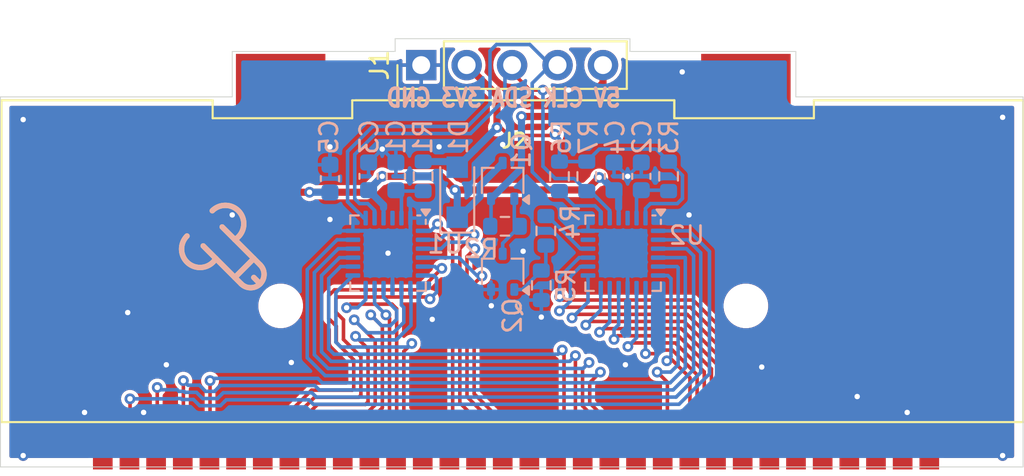
<source format=kicad_pcb>
(kicad_pcb (version 20240108) (generator "pcbnew") (generator_version "8.0")
  (layers (0 "F.Cu" signal) (31 "B.Cu" signal) (34 "B.Paste" user) (35 "F.Paste" user) (36 "B.SilkS" user "B.Silkscreen") (37 "F.SilkS" user "F.Silkscreen") (38 "B.Mask" user) (39 "F.Mask" user) (44 "Edge.Cuts" user))
  (net 0 "")
  (net 1 "GND")
  (net 2 "Net-(U1-~{RST})")
  (net 3 "Net-(U2-~{RST})")
  (net 4 "/CARD_VCC")
  (net 5 "+3V3")
  (net 6 "/I2C_CLK")
  (net 7 "/V_BOOST")
  (net 8 "/I2C_SDA")
  (net 9 "/CARD_A0")
  (net 10 "/CARD_D2")
  (net 11 "/CARD_D4")
  (net 12 "/CARD_A8")
  (net 13 "/CARD_~{WR}")
  (net 14 "/CARD_A11")
  (net 15 "/CARD_D1")
  (net 16 "/CARD_A15")
  (net 17 "/CARD_A6")
  (net 18 "/CARD_CLK")
  (net 19 "/CARD_D5")
  (net 20 "/CARD_A14")
  (net 21 "/CARD_A7")
  (net 22 "/CARD_A5")
  (net 23 "/CARD_A3")
  (net 24 "/CARD_A13")
  (net 25 "/CARD_D6")
  (net 26 "/CARD_D7")
  (net 27 "/CARD_D0")
  (net 28 "/CARD_A12")
  (net 29 "/CARD_A10")
  (net 30 "/CARD_~{RD}")
  (net 31 "/CARD_~{RES}")
  (net 32 "/CARD_A2")
  (net 33 "/CARD_VIN")
  (net 34 "/CARD_A4")
  (net 35 "/CARD_~{CS}")
  (net 36 "/CARD_D3")
  (net 37 "/CARD_A1")
  (net 38 "/CARD_A9")
  (net 39 "/CARD_VOLTAGE")
  (net 40 "Net-(Q2-B)")
  (net 41 "Net-(U2-P1_6)")
  (footprint "TheBrutzlers_Lib:GB_GBC_1x32" (layer "F.Cu") (at 140.8 96.95)
    (property "Reference" "J2")
    (property "Value" "GB_GBC_1x32" (hide yes))
  )
  (footprint "Connector_PinHeader_2.54mm:PinHeader_1x05_P2.54mm_Vertical" (layer "F.Cu") (at 135.655001 85.979 90)
    (property "Reference" "J1")
    (property "Value" "Conn_01x05_Pin")
  )
  (footprint "Resistor_SMD:R_0603_1608Metric" (layer "B.Cu") (at 142.367 98.298 -90)
    (property "Reference" "R5")
    (property "Value" "5K1")
  )
  (footprint "Package_TO_SOT_SMD:SOT-323_SC-70" (layer "B.Cu") (at 140.208 97.536 90)
    (property "Reference" "Q2")
    (property "Value" "BC817")
  )
  (footprint "Resistor_SMD:R_0603_1608Metric" (layer "B.Cu") (at 143.383 92.202 90)
    (property "Reference" "R6")
    (property "Value" "5K1")
  )
  (footprint "Capacitor_SMD:C_0603_1608Metric" (layer "B.Cu") (at 132.715 92.202 90)
    (property "Reference" "C3")
    (property "Value" "4µ7")
  )
  (footprint "Resistor_SMD:R_0603_1608Metric" (layer "B.Cu") (at 144.907 92.202 -90)
    (property "Reference" "R7")
    (property "Value" "5K1")
  )
  (footprint "Capacitor_SMD:C_0603_1608Metric" (layer "B.Cu") (at 130.556 92.329 90)
    (property "Reference" "C5")
    (property "Value" "4µ7")
  )
  (footprint "Capacitor_SMD:C_0603_1608Metric" (layer "B.Cu") (at 134.239 92.202 -90)
    (property "Reference" "C1")
    (property "Value" "100n")
  )
  (footprint "Package_TO_SOT_SMD:SOT-323_SC-70" (layer "B.Cu") (at 140.208 92.456 90)
    (property "Reference" "Q1")
    (property "Value" "PMOS")
  )
  (footprint "Resistor_SMD:R_0603_1608Metric" (layer "B.Cu") (at 140.335 94.996)
    (property "Reference" "R2")
    (property "Value" "5K1")
  )
  (footprint "Capacitor_SMD:C_0603_1608Metric" (layer "B.Cu") (at 146.431 92.202 90)
    (property "Reference" "C4")
    (property "Value" "4µ7")
  )
  (footprint "Resistor_SMD:R_0603_1608Metric" (layer "B.Cu") (at 142.621 95.25 -90)
    (property "Reference" "R4")
    (property "Value" "5K1")
  )
  (footprint "Resistor_SMD:R_0603_1608Metric" (layer "B.Cu") (at 149.479 92.202 -90)
    (property "Reference" "R3")
    (property "Value" "5K1")
  )
  (footprint "Package_DFN_QFN:QFN-24-1EP_4x4mm_P0.5mm_EP2.7x2.7mm" (layer "B.Cu") (at 133.800499 96.5 180)
    (property "Reference" "U1")
    (property "Value" "AW9523B")
  )
  (footprint "Package_DFN_QFN:QFN-24-1EP_4x4mm_P0.5mm_EP2.7x2.7mm" (layer "B.Cu") (at 146.939 96.5 180)
    (property "Reference" "U2")
    (property "Value" "AW9523B")
  )
  (footprint "Diode_SMD:Nexperia_CFP3_SOD-123W" (layer "B.Cu") (at 137.668 93.091 90)
    (property "Reference" "D1")
    (property "Value" "D")
  )
  (footprint "Capacitor_SMD:C_0603_1608Metric" (layer "B.Cu") (at 147.955 92.202 -90)
    (property "Reference" "C2")
    (property "Value" "100n")
  )
  (footprint "Resistor_SMD:R_0603_1608Metric" (layer "B.Cu") (at 135.763 92.202 -90)
    (property "Reference" "R1")
    (property "Value" "5K1")
  )
  (gr_arc (start 124.17868 96.8) (mid 122.660444 97.082134) (end 122.565927 95.540801) (stroke (width 0.3)) (layer "B.SilkS"))
  (gr_line (start 123.471573 96.092893) (end 125.592893 98.214214) (stroke (width 0.3)) (layer "B.SilkS"))
  (gr_line (start 124.532233 95.032233) (end 126.653553 97.153553) (stroke (width 0.3)) (layer "B.SilkS"))
  (gr_arc (start 126.653553 97.153553) (mid 126.653553 98.214213) (end 125.592893 98.214214) (stroke (width 0.3)) (layer "B.SilkS"))
  (gr_line (start 126.653553 98.214214) (end 126.3 97.86066) (stroke (width 0.3)) (layer "B.SilkS"))
  (gr_arc (start 123.980141 94.126588) (mid 125.521473 94.221104) (end 125.23934 95.73934) (stroke (width 0.3)) (layer "B.SilkS"))
  (gr_line (start 126.3 96.8) (end 125.23934 97.86066) (stroke (width 0.3)) (layer "B.SilkS"))
  (gr_arc (start 124.17868 96.8) (mid 122.660444 97.082134) (end 122.565927 95.540801) (stroke (width 0.3)) (layer "F.SilkS"))
  (gr_line (start 126.653553 98.214214) (end 126.3 97.86066) (stroke (width 0.3)) (layer "F.SilkS"))
  (gr_line (start 124.532233 95.032233) (end 126.653553 97.153553) (stroke (width 0.3)) (layer "F.SilkS"))
  (gr_arc (start 123.980141 94.126588) (mid 125.521473 94.221104) (end 125.23934 95.73934) (stroke (width 0.3)) (layer "F.SilkS"))
  (gr_arc (start 126.653553 97.153553) (mid 126.653553 98.214213) (end 125.592893 98.214214) (stroke (width 0.3)) (layer "F.SilkS"))
  (gr_line (start 125.23934 97.86066) (end 126.3 96.8) (stroke (width 0.3)) (layer "F.SilkS"))
  (gr_line (start 123.471573 96.092893) (end 125.592893 98.214214) (stroke (width 0.3)) (layer "F.SilkS"))
  (gr_line (start 112.141 108.458) (end 112.141 87.757) (stroke (width 0.05)) (layer "Edge.Cuts"))
  (gr_line (start 134.2 84.5) (end 134.2 85.217) (stroke (width 0.05)) (layer "Edge.Cuts"))
  (gr_line (start 156.591 87.757) (end 169.291 87.757) (stroke (width 0.05)) (layer "Edge.Cuts"))
  (gr_line (start 125.095 85.217) (end 125.095 87.757) (stroke (width 0.05)) (layer "Edge.Cuts"))
  (gr_line (start 147.32 84.5) (end 147.32 85.217) (stroke (width 0.05)) (layer "Edge.Cuts"))
  (gr_line (start 169.291 108.458) (end 112.141 108.458) (stroke (width 0.05)) (layer "Edge.Cuts"))
  (gr_line (start 147.32 85.217) (end 156.591 85.217) (stroke (width 0.05)) (layer "Edge.Cuts"))
  (gr_line (start 169.291 87.757) (end 169.291 108.458) (stroke (width 0.05)) (layer "Edge.Cuts"))
  (gr_line (start 134.2 84.5) (end 147.32 84.5) (stroke (width 0.05)) (layer "Edge.Cuts"))
  (gr_line (start 156.591 85.217) (end 156.591 87.757) (stroke (width 0.05)) (layer "Edge.Cuts"))
  (gr_line (start 134.2 85.217) (end 125.095 85.217) (stroke (width 0.05)) (layer "Edge.Cuts"))
  (gr_line (start 125.095 87.757) (end 112.141 87.757) (stroke (width 0.05)) (layer "Edge.Cuts"))
  (gr_text "5V CLK SDA 3V3 GND" (at 146.9 88.4 0) (layer "B.SilkS") (effects (font (size 1 0.8) (thickness 0.2) (bold yes)) (justify left bottom mirror)))
  (via (at 128.397 102.616) (size 0.6) (drill 0.3) (layers "F.Cu" "B.Cu") (net 1))
  (via (at 116.84 105.41) (size 0.6) (drill 0.3) (layers "F.Cu" "B.Cu") (net 1))
  (via (at 162.814 105.41) (size 0.6) (drill 0.3) (layers "F.Cu" "B.Cu") (net 1))
  (via (at 120.142 105.41) (size 0.6) (drill 0.3) (layers "F.Cu" "B.Cu") (net 1))
  (via (at 119.253 99.822) (size 0.6) (drill 0.3) (layers "F.Cu" "B.Cu") (net 1))
  (via (at 143.891 87.376) (size 0.6) (drill 0.3) (layers "F.Cu" "B.Cu") (net 1))
  (via (at 147.193 92.202) (size 0.6) (drill 0.3) (layers "F.Cu" "B.Cu") (net 1))
  (via (at 136.652 90.551) (size 0.6) (drill 0.3) (layers "F.Cu" "B.Cu") (net 1))
  (via (at 154.686 102.87) (size 0.6) (drill 0.3) (layers "F.Cu" "B.Cu") (net 1))
  (via (at 168.148 88.9) (size 0.6) (drill 0.3) (layers "F.Cu" "B.Cu") (net 1))
  (via (at 142.367 100.076) (size 0.6) (drill 0.3) (layers "F.Cu" "B.Cu") (net 1))
  (via (at 130.556 90.551) (size 0.6) (drill 0.3) (layers "F.Cu" "B.Cu") (net 1))
  (via (at 147.066 102.743) (size 0.6) (drill 0.3) (layers "F.Cu" "B.Cu") (net 1))
  (via (at 113.411 89.027) (size 0.6) (drill 0.3) (layers "F.Cu" "B.Cu") (net 1))
  (via (at 168.148 107.823) (size 0.6) (drill 0.3) (layers "F.Cu" "B.Cu") (net 1))
  (via (at 140.208 90.424) (size 0.6) (drill 0.3) (layers "F.Cu" "B.Cu") (net 1))
  (via (at 133.800499 96.5) (size 0.6) (drill 0.3) (layers "F.Cu" "B.Cu") (net 1))
  (via (at 125.095 94.361) (size 0.6) (drill 0.3) (layers "F.Cu" "B.Cu") (net 1))
  (via (at 150.622 94.361) (size 0.6) (drill 0.3) (layers "F.Cu" "B.Cu") (net 1))
  (via (at 136.271 100.203) (size 0.6) (drill 0.3) (layers "F.Cu" "B.Cu") (net 1))
  (via (at 139.573 99.441) (size 0.6) (drill 0.3) (layers "F.Cu" "B.Cu") (net 1))
  (via (at 160.02 104.521) (size 0.6) (drill 0.3) (layers "F.Cu" "B.Cu") (net 1))
  (via (at 141.097 88.011) (size 0.6) (drill 0.3) (layers "F.Cu" "B.Cu") (net 1))
  (via (at 133.477 90.678) (size 0.6) (drill 0.3) (layers "F.Cu" "B.Cu") (net 1))
  (via (at 150.241 86.36) (size 0.6) (drill 0.3) (layers "F.Cu" "B.Cu") (net 1))
  (via (at 121.412 102.743) (size 0.6) (drill 0.3) (layers "F.Cu" "B.Cu") (net 1))
  (via (at 113.411 107.823) (size 0.6) (drill 0.3) (layers "F.Cu" "B.Cu") (net 1))
  (via (at 130.556 94.615) (size 0.6) (drill 0.3) (layers "F.Cu" "B.Cu") (net 1))
  (via (at 141.351 96.393) (size 0.6) (drill 0.3) (layers "F.Cu" "B.Cu") (net 1))
  (segment (start 134.050499 96.75) (end 133.800499 96.5) (width 0.2) (layer "B.Cu") (net 1))
  (segment (start 147.955 91.44) (end 147.193 92.202) (width 0.2) (layer "B.Cu") (net 1))
  (segment (start 139.558 98.536) (end 139.558 99.426) (width 0.2) (layer "B.Cu") (net 1))
  (segment (start 139.558 99.426) (end 139.573 99.441) (width 0.2) (layer "B.Cu") (net 1))
  (segment (start 145.689 95.25) (end 146.939 96.5) (width 0.2) (layer "B.Cu") (net 1))
  (segment (start 144.976499 95.25) (end 145.689 95.25) (width 0.2) (layer "B.Cu") (net 1))
  (segment (start 146.431 91.427) (end 146.431 91.44) (width 0.2) (layer "B.Cu") (net 1))
  (segment (start 147.189 98.4625) (end 147.189 96.75) (width 0.2) (layer "B.Cu") (net 1))
  (segment (start 134.226 91.427) (end 133.477 90.678) (width 0.2) (layer "B.Cu") (net 1))
  (segment (start 135.050499 94.537499) (end 135.050499 95.25) (width 0.2) (layer "B.Cu") (net 1))
  (segment (start 146.431 91.44) (end 147.193 92.202) (width 0.2) (layer "B.Cu") (net 1))
  (segment (start 130.556 91.554) (end 130.556 90.551) (width 0.2) (layer "B.Cu") (net 1))
  (segment (start 134.239 91.427) (end 134.226 91.427) (width 0.2) (layer "B.Cu") (net 1))
  (segment (start 132.550499 95.25) (end 133.800499 96.5) (width 0.2) (layer "B.Cu") (net 1))
  (segment (start 134.050499 98.4625) (end 134.050499 96.75) (width 0.2) (layer "B.Cu") (net 1))
  (segment (start 147.955 91.427) (end 147.955 91.44) (width 0.2) (layer "B.Cu") (net 1))
  (segment (start 131.837998 95.25) (end 132.550499 95.25) (width 0.2) (layer "B.Cu") (net 1))
  (segment (start 142.367 99.123) (end 142.367 100.076) (width 0.2) (layer "B.Cu") (net 1))
  (segment (start 132.728 91.427) (end 133.477 90.678) (width 0.2) (layer "B.Cu") (net 1))
  (segment (start 132.715 91.427) (end 132.728 91.427) (width 0.2) (layer "B.Cu") (net 1))
  (segment (start 135.050499 95.25) (end 133.800499 96.5) (width 0.2) (layer "B.Cu") (net 1))
  (segment (start 147.189 96.75) (end 146.939 96.5) (width 0.2) (layer "B.Cu") (net 1))
  (segment (start 134.289 93.027) (end 134.239 92.977) (width 0.2) (layer "B.Cu") (net 2))
  (segment (start 135.763 93.027) (end 134.289 93.027) (width 0.2) (layer "B.Cu") (net 2))
  (segment (start 134.550499 94.5375) (end 134.550499 93.288499) (width 0.2) (layer "B.Cu") (net 2))
  (segment (start 134.550499 93.288499) (end 134.239 92.977) (width 0.2) (layer "B.Cu") (net 2))
  (segment (start 147.689 93.243) (end 147.955 92.977) (width 0.2) (layer "B.Cu") (net 3))
  (segment (start 147.689 94.5375) (end 147.689 93.243) (width 0.2) (layer "B.Cu") (net 3))
  (segment (start 149.429 92.977) (end 149.479 93.027) (width 0.2) (layer "B.Cu") (net 3))
  (segment (start 147.955 92.977) (end 149.429 92.977) (width 0.2) (layer "B.Cu") (net 3))
  (segment (start 129.413 93.091) (end 132.588 93.091) (width 0.4) (layer "F.Cu") (net 4))
  (segment (start 123.952 93.472) (end 124.333 93.091) (width 0.4) (layer "F.Cu") (net 4))
  (segment (start 137.541 92.964) (end 144.900097 92.964) (width 0.4) (layer "F.Cu") (net 4))
  (segment (start 124.333 93.091) (end 129.413 93.091) (width 0.4) (layer "F.Cu") (net 4))
  (segment (start 117.894 99.53) (end 123.952 93.472) (width 0.4) (layer "F.Cu") (net 4))
  (segment (start 132.588 93.091) (end 133.477 92.202) (width 0.4) (layer "F.Cu") (net 4))
  (segment (start 137.541 92.964) (end 136.779 92.202) (width 0.4) (layer "F.Cu") (net 4))
  (segment (start 117.894 107.315) (end 117.894 99.53) (width 0.4) (layer "F.Cu") (net 4))
  (segment (start 144.900097 92.964) (end 145.599809 92.264288) (width 0.4) (layer "F.Cu") (net 4))
  (segment (start 136.779 92.202) (end 133.477 92.202) (width 0.4) (layer "F.Cu") (net 4))
  (via (at 137.541 92.964) (size 0.6) (drill 0.3) (layers "F.Cu" "B.Cu") (net 4))
  (via (at 129.413 93.091) (size 0.6) (drill 0.3) (layers "F.Cu" "B.Cu") (net 4))
  (via (at 145.599809 92.264288) (size 0.6) (drill 0.3) (layers "F.Cu" "B.Cu") (net 4))
  (via (at 133.477 92.202) (size 0.6) (drill 0.3) (layers "F.Cu" "B.Cu") (net 4))
  (segment (start 130.543 93.091) (end 130.556 93.104) (width 0.4) (layer "B.Cu") (net 4))
  (segment (start 146.689 93.235) (end 146.689 93.969194) (width 0.4) (layer "B.Cu") (net 4))
  (segment (start 145.718288 92.264288) (end 146.431 92.977) (width 0.4) (layer "B.Cu") (net 4))
  (segment (start 137.668 94.490999) (end 137.668 93.091) (width 0.4) (layer "B.Cu") (net 4))
  (segment (start 132.715 92.964) (end 133.477 92.202) (width 0.4) (layer "B.Cu") (net 4))
  (segment (start 137.668 93.091) (end 137.541 92.964) (width 0.4) (layer "B.Cu") (net 4))
  (segment (start 145.599809 92.264288) (end 145.718288 92.264288) (width 0.4) (layer "B.Cu") (net 4))
  (segment (start 132.715 92.977) (end 133.550499 93.812499) (width 0.4) (layer "B.Cu") (net 4))
  (segment (start 133.550499 93.812499) (end 133.550499 93.969194) (width 0.4) (layer "B.Cu") (net 4))
  (segment (start 140.208 91.456) (end 138.933 92.731) (width 0.4) (layer "B.Cu") (net 4))
  (segment (start 129.413 93.091) (end 130.543 93.091) (width 0.4) (layer "B.Cu") (net 4))
  (segment (start 138.933 93.35) (end 137.792001 94.490999) (width 0.4) (layer "B.Cu") (net 4))
  (segment (start 137.792001 94.490999) (end 137.668 94.490999) (width 0.4) (layer "B.Cu") (net 4))
  (segment (start 132.715 92.977) (end 132.715 92.964) (width 0.4) (layer "B.Cu") (net 4))
  (segment (start 138.933 92.731) (end 138.933 93.35) (width 0.4) (layer "B.Cu") (net 4))
  (segment (start 146.431 92.977) (end 146.689 93.235) (width 0.4) (layer "B.Cu") (net 4))
  (segment (start 143.067 89.916) (end 143.129 89.854) (width 0.2) (layer "F.Cu") (net 5))
  (segment (start 140.104029 89.4715) (end 140.548529 89.916) (width 0.2) (layer "F.Cu") (net 5))
  (segment (start 139.8905 89.4715) (end 140.104029 89.4715) (width 0.2) (layer "F.Cu") (net 5))
  (segment (start 139.8905 87.674499) (end 138.195001 85.979) (width 0.4) (layer "F.Cu") (net 5))
  (segment (start 138.195001 85.979) (end 137.795001 85.979) (width 0.4) (layer "F.Cu") (net 5))
  (segment (start 139.8905 89.4715) (end 139.8905 87.674499) (width 0.4) (layer "F.Cu") (net 5))
  (segment (start 140.548529 89.916) (end 143.067 89.916) (width 0.2) (layer "F.Cu") (net 5))
  (via (at 143.129 89.854) (size 0.6) (drill 0.3) (layers "F.Cu" "B.Cu") (net 5))
  (via (at 139.8905 89.4715) (size 0.6) (drill 0.3) (layers "F.Cu" "B.Cu") (net 5))
  (segment (start 139.8905 89.4715) (end 138.656 90.706) (width 0.4) (layer "B.Cu") (net 5))
  (segment (start 150.254 92.152) (end 149.479 91.377) (width 0.2) (layer "B.Cu") (net 5))
  (segment (start 143.383 91.377) (end 143.383 90.108) (width 0.2) (layer "B.Cu") (net 5))
  (segment (start 143.383 90.108) (end 143.129 89.854) (width 0.2) (layer "B.Cu") (net 5))
  (segment (start 149.966648 93.727) (end 150.254 93.439648) (width 0.2) (layer "B.Cu") (net 5))
  (segment (start 135.763 91.377) (end 137.353999 91.377) (width 0.4) (layer "B.Cu") (net 5))
  (segment (start 137.353999 91.377) (end 137.668 91.691001) (width 0.4) (layer "B.Cu") (net 5))
  (segment (start 138.656 90.706) (end 138.653001 90.706) (width 0.4) (layer "B.Cu") (net 5))
  (segment (start 138.653001 90.706) (end 137.668 91.691001) (width 0.4) (layer "B.Cu") (net 5))
  (segment (start 145.607 90.677) (end 144.907 91.377) (width 0.2) (layer "B.Cu") (net 5))
  (segment (start 149.479 91.377) (end 148.779 90.677) (width 0.2) (layer "B.Cu") (net 5))
  (segment (start 148.779 90.677) (end 145.607 90.677) (width 0.2) (layer "B.Cu") (net 5))
  (segment (start 148.462 93.727) (end 149.966648 93.727) (width 0.2) (layer "B.Cu") (net 5))
  (segment (start 148.189 94.537499) (end 148.189 94) (width 0.2) (layer "B.Cu") (net 5))
  (segment (start 148.189 94) (end 148.462 93.727) (width 0.2) (layer "B.Cu") (net 5))
  (segment (start 144.907 91.377) (end 143.383 91.377) (width 0.2) (layer "B.Cu") (net 5))
  (segment (start 150.254 93.439648) (end 150.254 92.152) (width 0.2) (layer "B.Cu") (net 5))
  (segment (start 144.209 93.853) (end 143.383 93.027) (width 0.2) (layer "B.Cu") (net 6))
  (segment (start 142.875001 85.979) (end 141.859 86.995001) (width 0.2) (layer "B.Cu") (net 6))
  (segment (start 145.689 94.176299) (end 145.365701 93.853) (width 0.2) (layer "B.Cu") (net 6))
  (segment (start 141.859 91.948) (end 142.938 93.027) (width 0.2) (layer "B.Cu") (net 6))
  (segment (start 132.452813 94.537499) (end 131.54 93.624686) (width 0.2) (layer "B.Cu") (net 6))
  (segment (start 131.54 90.812618) (end 132.944618 89.408) (width 0.2) (layer "B.Cu") (net 6))
  (segment (start 139.5 88.153314) (end 139.5 85.187654) (width 0.2) (layer "B.Cu") (net 6))
  (segment (start 142.938 93.027) (end 143.383 93.027) (width 0.2) (layer "B.Cu") (net 6))
  (segment (start 139.858654 84.829) (end 141.725001 84.829) (width 0.2) (layer "B.Cu") (net 6))
  (segment (start 141.859 86.995001) (end 141.859 91.948) (width 0.2) (layer "B.Cu") (net 6))
  (segment (start 132.550499 94.537499) (end 132.452813 94.537499) (width 0.2) (layer "B.Cu") (net 6))
  (segment (start 145.365701 93.853) (end 144.209 93.853) (width 0.2) (layer "B.Cu") (net 6))
  (segment (start 141.725001 84.829) (end 142.875001 85.979) (width 0.2) (layer "B.Cu") (net 6))
  (segment (start 138.245314 89.408) (end 139.5 88.153314) (width 0.2) (layer "B.Cu") (net 6))
  (segment (start 145.689 94.537499) (end 145.689 94.176299) (width 0.2) (layer "B.Cu") (net 6))
  (segment (start 139.5 85.187654) (end 139.858654 84.829) (width 0.2) (layer "B.Cu") (net 6))
  (segment (start 132.944618 89.408) (end 138.245314 89.408) (width 0.2) (layer "B.Cu") (net 6))
  (segment (start 131.54 93.624686) (end 131.54 90.812618) (width 0.2) (layer "B.Cu") (net 6))
  (segment (start 143.937 88.854) (end 145.815001 86.975999) (width 0.4) (layer "F.Cu") (net 7))
  (segment (start 145.815001 86.975999) (end 145.815001 85.979) (width 0.4) (layer "F.Cu") (net 7))
  (segment (start 141.259 88.854) (end 143.937 88.854) (width 0.4) (layer "F.Cu") (net 7))
  (via (at 141.259 88.854) (size 0.6) (drill 0.3) (layers "F.Cu" "B.Cu") (net 7))
  (segment (start 141.259 88.854) (end 141.259 91.755) (width 0.4) (layer "B.Cu") (net 7))
  (segment (start 139.558 93.456) (end 139.558 94.948) (width 0.2) (layer "B.Cu") (net 7))
  (segment (start 141.259 91.755) (end 139.558 93.456) (width 0.4) (layer "B.Cu") (net 7))
  (segment (start 139.558 94.948) (end 139.51 94.996) (width 0.4) (layer "B.Cu") (net 7))
  (segment (start 142.459 87.376) (end 141.732 87.376) (width 0.2) (layer "F.Cu") (net 8))
  (segment (start 141.732 87.376) (end 140.335 85.979) (width 0.2) (layer "F.Cu") (net 8))
  (via (at 142.459 87.376) (size 0.6) (drill 0.3) (layers "F.Cu" "B.Cu") (net 8))
  (segment (start 138.411 89.808) (end 140.335 87.884) (width 0.2) (layer "B.Cu") (net 8))
  (segment (start 143.145352 92.327) (end 142.459 91.640648) (width 0.2) (layer "B.Cu") (net 8))
  (segment (start 144.907 93.027) (end 144.207 92.327) (width 0.2) (layer "B.Cu") (net 8))
  (segment (start 131.94 90.978304) (end 133.110304 89.808) (width 0.2) (layer "B.Cu") (net 8))
  (segment (start 146.189 94.110613) (end 145.105387 93.027) (width 0.2) (layer "B.Cu") (net 8))
  (segment (start 133.050499 94.5375) (end 133.050499 94.110613) (width 0.2) (layer "B.Cu") (net 8))
  (segment (start 145.105387 93.027) (end 144.907 93.027) (width 0.2) (layer "B.Cu") (net 8))
  (segment (start 133.050499 94.110613) (end 132.666886 93.727) (width 0.2) (layer "B.Cu") (net 8))
  (segment (start 142.459 91.640648) (end 142.459 87.376) (width 0.2) (layer "B.Cu") (net 8))
  (segment (start 140.335 87.884) (end 140.335 85.979) (width 0.2) (layer "B.Cu") (net 8))
  (segment (start 133.110304 89.808) (end 138.411 89.808) (width 0.2) (layer "B.Cu") (net 8))
  (segment (start 132.666886 93.727) (end 132.208 93.727) (width 0.2) (layer "B.Cu") (net 8))
  (segment (start 132.208 93.727) (end 131.94 93.459) (width 0.2) (layer "B.Cu") (net 8))
  (segment (start 144.207 92.327) (end 143.145352 92.327) (width 0.2) (layer "B.Cu") (net 8))
  (segment (start 131.94 93.459) (end 131.94 90.978304) (width 0.2) (layer "B.Cu") (net 8))
  (segment (start 146.189 94.5375) (end 146.189 94.110613) (width 0.2) (layer "B.Cu") (net 8))
  (segment (start 131.801 104.165) (end 131.884 104.082) (width 0.2) (layer "F.Cu") (net 9))
  (segment (start 130.81 98.552) (end 135.604527 98.552) (width 0.2) (layer "F.Cu") (net 9))
  (segment (start 135.604527 98.552) (end 136.806527 97.35) (width 0.2) (layer "F.Cu") (net 9))
  (segment (start 130.911385 100.584) (end 130.486 100.158615) (width 0.2) (layer "F.Cu") (net 9))
  (segment (start 125.344 107.315) (end 125.344 106.405) (width 0.2) (layer "F.Cu") (net 9))
  (segment (start 130.486 100.158615) (end 130.486 98.876) (width 0.2) (layer "F.Cu") (net 9))
  (segment (start 126.384 105.365) (end 128.326628 105.365) (width 0.2) (layer "F.Cu") (net 9))
  (segment (start 130.486 98.876) (end 130.81 98.552) (width 0.2) (layer "F.Cu") (net 9))
  (segment (start 129.526629 104.165) (end 131.801 104.165) (width 0.2) (layer "F.Cu") (net 9))
  (segment (start 131.884 104.082) (end 131.884 102.464887) (width 0.2) (layer "F.Cu") (net 9))
  (segment (start 128.326628 105.365) (end 129.292314 104.399315) (width 0.2) (layer "F.Cu") (net 9))
  (segment (start 125.344 106.405) (end 126.384 105.365) (width 0.2) (layer "F.Cu") (net 9))
  (segment (start 129.292314 104.399315) (end 129.526629 104.165) (width 0.2) (layer "F.Cu") (net 9))
  (segment (start 131.884 102.464887) (end 130.911385 101.492272) (width 0.2) (layer "F.Cu") (net 9))
  (segment (start 130.911385 101.492272) (end 130.911385 100.584) (width 0.2) (layer "F.Cu") (net 9))
  (via (at 136.806527 97.35) (size 0.6) (drill 0.3) (layers "F.Cu" "B.Cu") (net 9))
  (segment (start 136.523686 97.35) (end 136.423686 97.25) (width 0.2) (layer "B.Cu") (net 9))
  (segment (start 136.806527 97.35) (end 136.523686 97.35) (width 0.2) (layer "B.Cu") (net 9))
  (segment (start 136.423686 97.25) (end 135.762999 97.25) (width 0.2) (layer "B.Cu") (net 9))
  (segment (start 151.074 103.304785) (end 151.074 105.481) (width 0.2) (layer "F.Cu") (net 10))
  (segment (start 149.690921 101.921706) (end 151.074 103.304785) (width 0.2) (layer "F.Cu") (net 10))
  (segment (start 152.164 106.571) (end 152.164 107.315) (width 0.2) (layer "F.Cu") (net 10))
  (segment (start 148.934491 102.121706) (end 149.134491 101.921706) (width 0.2) (layer "F.Cu") (net 10))
  (segment (start 151.074 105.481) (end 152.164 106.571) (width 0.2) (layer "F.Cu") (net 10))
  (segment (start 148.189 102.121706) (end 148.934491 102.121706) (width 0.2) (layer "F.Cu") (net 10))
  (segment (start 149.134491 101.921706) (end 149.690921 101.921706) (width 0.2) (layer "F.Cu") (net 10))
  (via (at 148.189 102.121706) (size 0.6) (drill 0.3) (layers "F.Cu" "B.Cu") (net 10))
  (segment (start 148.189 102.121706) (end 148.189 98.462501) (width 0.2) (layer "B.Cu") (net 10))
  (segment (start 151.874 104.191314) (end 153.447686 105.765) (width 0.2) (layer "F.Cu") (net 11))
  (segment (start 155.144 106.5175) (end 155.144 107.315) (width 0.2) (layer "F.Cu") (net 11))
  (segment (start 150.022293 101.121706) (end 151.874 102.973413) (width 0.2) (layer "F.Cu") (net 11))
  (segment (start 146.631 101.121706) (end 150.022293 101.121706) (width 0.2) (layer "F.Cu") (net 11))
  (segment (start 146.431 101.321706) (end 146.631 101.121706) (width 0.2) (layer "F.Cu") (net 11))
  (segment (start 153.447686 105.765) (end 154.3915 105.765) (width 0.2) (layer "F.Cu") (net 11))
  (segment (start 151.874 102.973413) (end 151.874 104.191314) (width 0.2) (layer "F.Cu") (net 11))
  (segment (start 154.3915 105.765) (end 155.144 106.5175) (width 0.2) (layer "F.Cu") (net 11))
  (via (at 146.431 101.321706) (size 0.6) (drill 0.3) (layers "F.Cu" "B.Cu") (net 11))
  (segment (start 146.431 100.757872) (end 146.689 100.499872) (width 0.2) (layer "B.Cu") (net 11))
  (segment (start 146.431 101.321706) (end 146.431 100.757872) (width 0.2) (layer "B.Cu") (net 11))
  (segment (start 146.689 100.499872) (end 146.689 98.4625) (width 0.2) (layer "B.Cu") (net 11))
  (segment (start 137.414 95.715002) (end 137.414 107.165) (width 0.2) (layer "F.Cu") (net 12))
  (segment (start 136.567998 94.869) (end 137.414 95.715002) (width 0.2) (layer "F.Cu") (net 12))
  (segment (start 137.414 107.165) (end 137.264 107.315) (width 0.2) (layer "F.Cu") (net 12))
  (via (at 136.567998 94.869) (size 0.6) (drill 0.3) (layers "F.Cu" "B.Cu") (net 12))
  (segment (start 136.186998 95.25) (end 135.763 95.25) (width 0.2) (layer "B.Cu") (net 12))
  (segment (start 136.567998 94.869) (end 136.186998 95.25) (width 0.2) (layer "B.Cu") (net 12))
  (segment (start 120.874 105.821) (end 120.874 107.315) (width 0.2) (layer "F.Cu") (net 13))
  (segment (start 120.904 104.013) (end 120.904 105.791) (width 0.2) (layer "F.Cu") (net 13))
  (segment (start 120.904 105.791) (end 120.874 105.821) (width 0.2) (layer "F.Cu") (net 13))
  (via (at 120.904 104.013) (size 0.6) (drill 0.3) (layers "F.Cu" "B.Cu") (net 13))
  (segment (start 122.023471 104.14) (end 122.115471 104.232) (width 0.2) (layer "B.Cu") (net 13))
  (segment (start 129.79057 104.552) (end 149.898314 104.552) (width 0.2) (layer "B.Cu") (net 13))
  (segment (start 151.276 96.481314) (end 150.544686 95.75) (width 0.2) (layer "B.Cu") (net 13))
  (segment (start 120.904 104.013) (end 121.031 104.14) (width 0.2) (layer "B.Cu") (net 13))
  (segment (start 123.439785 104.632) (end 124.268215 104.632) (width 0.2) (layer "B.Cu") (net 13))
  (segment (start 129.54357 104.305) (end 129.79057 104.552) (width 0.2) (layer "B.Cu") (net 13))
  (segment (start 123.093785 104.286) (end 123.439785 104.632) (width 0.2) (layer "B.Cu") (net 13))
  (segment (start 122.452314 104.286) (end 123.093785 104.286) (width 0.2) (layer "B.Cu") (net 13))
  (segment (start 150.544686 95.75) (end 148.9015 95.75) (width 0.2) (layer "B.Cu") (net 13))
  (segment (start 124.595214 104.305) (end 129.54357 104.305) (width 0.2) (layer "B.Cu") (net 13))
  (segment (start 122.398314 104.232) (end 122.452314 104.286) (width 0.2) (layer "B.Cu") (net 13))
  (segment (start 121.031 104.14) (end 122.023471 104.14) (width 0.2) (layer "B.Cu") (net 13))
  (segment (start 124.268215 104.632) (end 124.502529 104.397685) (width 0.2) (layer "B.Cu") (net 13))
  (segment (start 149.898314 104.552) (end 151.276 103.174314) (width 0.2) (layer "B.Cu") (net 13))
  (segment (start 124.502529 104.397685) (end 124.595214 104.305) (width 0.2) (layer "B.Cu") (net 13))
  (segment (start 122.115471 104.232) (end 122.398314 104.232) (width 0.2) (layer "B.Cu") (net 13))
  (segment (start 151.276 103.174314) (end 151.276 96.481314) (width 0.2) (layer "B.Cu") (net 13))
  (segment (start 140.014186 105.765) (end 141.094 105.765) (width 0.2) (layer "F.Cu") (net 14))
  (segment (start 139.049 97.773148) (end 138.614 98.208148) (width 0.2) (layer "F.Cu") (net 14))
  (segment (start 138.614 104.364814) (end 140.014186 105.765) (width 0.2) (layer "F.Cu") (net 14))
  (segment (start 141.094 105.765) (end 141.734 106.405) (width 0.2) (layer "F.Cu") (net 14))
  (segment (start 141.734 106.405) (end 141.734 107.315) (width 0.2) (layer "F.Cu") (net 14))
  (segment (start 138.614 98.208148) (end 138.614 104.364814) (width 0.2) (layer "F.Cu") (net 14))
  (via (at 139.049 97.773148) (size 0.6) (drill 0.3) (layers "F.Cu" "B.Cu") (net 14))
  (segment (start 138.786834 97.773148) (end 137.763686 96.75) (width 0.2) (layer "B.Cu") (net 14))
  (segment (start 137.763686 96.75) (end 135.762999 96.75) (width 0.2) (layer "B.Cu") (net 14))
  (segment (start 139.049 97.773148) (end 138.786834 97.773148) (width 0.2) (layer "B.Cu") (net 14))
  (segment (start 149.565529 102.362) (end 150.674 103.470471) (width 0.2) (layer "F.Cu") (net 15))
  (segment (start 149.38302 102.521706) (end 149.542726 102.362) (width 0.2) (layer "F.Cu") (net 15))
  (segment (start 150.674 103.470471) (end 150.674 107.315) (width 0.2) (layer "F.Cu") (net 15))
  (segment (start 149.542726 102.362) (end 149.565529 102.362) (width 0.2) (layer "F.Cu") (net 15))
  (via (at 149.38302 102.521706) (size 0.6) (drill 0.3) (layers "F.Cu" "B.Cu") (net 15))
  (segment (start 149.613314 97.924314) (end 149.439 97.75) (width 0.2) (layer "B.Cu") (net 15))
  (segment (start 149.613314 102.291412) (end 149.613314 97.924314) (width 0.2) (layer "B.Cu") (net 15))
  (segment (start 149.439 97.75) (end 148.901501 97.75) (width 0.2) (layer "B.Cu") (net 15))
  (segment (start 149.38302 102.521706) (end 149.613314 102.291412) (width 0.2) (layer "B.Cu") (net 15))
  (segment (start 145.072 104.882314) (end 145.954686 105.765) (width 0.2) (layer "F.Cu") (net 16))
  (segment (start 145.669 103.152) (end 145.072 103.749) (width 0.2) (layer "F.Cu") (net 16))
  (segment (start 147.694 106.405) (end 147.694 107.315) (width 0.2) (layer "F.Cu") (net 16))
  (segment (start 145.072 103.749) (end 145.072 104.882314) (width 0.2) (layer "F.Cu") (net 16))
  (segment (start 147.054 105.765) (end 147.694 106.405) (width 0.2) (layer "F.Cu") (net 16))
  (segment (start 145.954686 105.765) (end 147.054 105.765) (width 0.2) (layer "F.Cu") (net 16))
  (via (at 145.669 103.152) (size 0.6) (drill 0.3) (layers "F.Cu" "B.Cu") (net 16))
  (segment (start 129.286 102.350372) (end 129.286 97.419942) (width 0.2) (layer "B.Cu") (net 16))
  (segment (start 129.286 97.419942) (end 130.955942 95.75) (width 0.2) (layer "B.Cu") (net 16))
  (segment (start 145.669 103.152) (end 145.469 103.352) (width 0.2) (layer "B.Cu") (net 16))
  (segment (start 130.287628 103.352) (end 129.286 102.350372) (width 0.2) (layer "B.Cu") (net 16))
  (segment (start 130.955942 95.75) (end 131.837999 95.75) (width 0.2) (layer "B.Cu") (net 16))
  (segment (start 145.469 103.352) (end 130.287628 103.352) (width 0.2) (layer "B.Cu") (net 16))
  (segment (start 131.686 99.352) (end 134.023 99.352) (width 0.2) (layer "F.Cu") (net 17))
  (segment (start 134.284 99.613) (end 134.284 107.315) (width 0.2) (layer "F.Cu") (net 17))
  (segment (start 131.486 99.552) (end 131.686 99.352) (width 0.2) (layer "F.Cu") (net 17))
  (segment (start 134.023 99.352) (end 134.284 99.613) (width 0.2) (layer "F.Cu") (net 17))
  (via (at 131.486 99.552) (size 0.6) (drill 0.3) (layers "F.Cu" "B.Cu") (net 17))
  (segment (start 132.096 99.552) (end 132.550499 99.097501) (width 0.2) (layer "B.Cu") (net 17))
  (segment (start 132.550499 99.097501) (end 132.550499 98.462501) (width 0.2) (layer "B.Cu") (net 17))
  (segment (start 131.486 99.552) (end 132.096 99.552) (width 0.2) (layer "B.Cu") (net 17))
  (segment (start 119.384 107.315) (end 119.384 104.652) (width 0.2) (layer "F.Cu") (net 18))
  (segment (start 119.384 104.652) (end 119.38 104.648) (width 0.2) (layer "F.Cu") (net 18))
  (via (at 119.38 104.648) (size 0.6) (drill 0.3) (layers "F.Cu" "B.Cu") (net 18))
  (segment (start 129.377884 104.705) (end 129.624884 104.952) (width 0.2) (layer "B.Cu") (net 18))
  (segment (start 121.965785 104.648) (end 121.981785 104.632) (width 0.2) (layer "B.Cu") (net 18))
  (segment (start 124.668215 104.797685) (end 124.7609 104.705) (width 0.2) (layer "B.Cu") (net 18))
  (segment (start 122.232628 104.632) (end 122.286628 104.686) (width 0.2) (layer "B.Cu") (net 18))
  (segment (start 123.274099 105.032) (end 124.4339 105.032) (width 0.2) (layer "B.Cu") (net 18))
  (segment (start 129.624884 104.952) (end 150.064 104.952) (width 0.2) (layer "B.Cu") (net 18))
  (segment (start 151.765 96.404628) (end 150.610372 95.25) (width 0.2) (layer "B.Cu") (net 18))
  (segment (start 122.928099 104.686) (end 123.274099 105.032) (width 0.2) (layer "B.Cu") (net 18))
  (segment (start 122.286628 104.686) (end 122.928099 104.686) (width 0.2) (layer "B.Cu") (net 18))
  (segment (start 121.981785 104.632) (end 122.232628 104.632) (width 0.2) (layer "B.Cu") (net 18))
  (segment (start 150.064 104.952) (end 151.765 103.251) (width 0.2) (layer "B.Cu") (net 18))
  (segment (start 124.668215 104.797684) (end 124.668215 104.797685) (width 0.2) (layer "B.Cu") (net 18))
  (segment (start 151.765 103.251) (end 151.765 96.404628) (width 0.2) (layer "B.Cu") (net 18))
  (segment (start 124.4339 105.032) (end 124.668215 104.797684) (width 0.2) (layer "B.Cu") (net 18))
  (segment (start 124.7609 104.705) (end 129.377884 104.705) (width 0.2) (layer "B.Cu") (net 18))
  (segment (start 119.38 104.648) (end 121.965785 104.648) (width 0.2) (layer "B.Cu") (net 18))
  (segment (start 150.610372 95.25) (end 148.901501 95.25) (width 0.2) (layer "B.Cu") (net 18))
  (segment (start 152.274 104.025628) (end 153.613372 105.365) (width 0.2) (layer "F.Cu") (net 19))
  (segment (start 145.622831 100.921706) (end 145.822831 100.721706) (width 0.2) (layer "F.Cu") (net 19))
  (segment (start 150.187979 100.721706) (end 152.274 102.807727) (width 0.2) (layer "F.Cu") (net 19))
  (segment (start 145.822831 100.721706) (end 150.187979 100.721706) (width 0.2) (layer "F.Cu") (net 19))
  (segment (start 155.594 105.365) (end 156.634 106.405) (width 0.2) (layer "F.Cu") (net 19))
  (segment (start 153.613372 105.365) (end 155.594 105.365) (width 0.2) (layer "F.Cu") (net 19))
  (segment (start 152.274 102.807727) (end 152.274 104.025628) (width 0.2) (layer "F.Cu") (net 19))
  (segment (start 156.634 106.405) (end 156.634 107.315) (width 0.2) (layer "F.Cu") (net 19))
  (via (at 145.622831 100.921706) (size 0.6) (drill 0.3) (layers "F.Cu" "B.Cu") (net 19))
  (segment (start 146.189 100.355537) (end 146.189 98.4625) (width 0.2) (layer "B.Cu") (net 19))
  (segment (start 145.622831 100.921706) (end 146.189 100.355537) (width 0.2) (layer "B.Cu") (net 19))
  (segment (start 144.672 105.048) (end 146.204 106.58) (width 0.2) (layer "F.Cu") (net 20))
  (segment (start 146.204 106.58) (end 146.204 107.315) (width 0.2) (layer "F.Cu") (net 20))
  (segment (start 145.034 102.616) (end 144.672 102.978) (width 0.2) (layer "F.Cu") (net 20))
  (segment (start 144.672 102.978) (end 144.672 105.048) (width 0.2) (layer "F.Cu") (net 20))
  (via (at 145.034 102.616) (size 0.6) (drill 0.3) (layers "F.Cu" "B.Cu") (net 20))
  (segment (start 145.034 102.616) (end 144.698 102.952) (width 0.2) (layer "B.Cu") (net 20))
  (segment (start 130.453314 102.952) (end 129.686 102.184686) (width 0.2) (layer "B.Cu") (net 20))
  (segment (start 129.686 102.184686) (end 129.686 97.585628) (width 0.2) (layer "B.Cu") (net 20))
  (segment (start 144.698 102.952) (end 130.453314 102.952) (width 0.2) (layer "B.Cu") (net 20))
  (segment (start 131.021628 96.25) (end 131.837999 96.25) (width 0.2) (layer "B.Cu") (net 20))
  (segment (start 129.686 97.585628) (end 131.021628 96.25) (width 0.2) (layer "B.Cu") (net 20))
  (segment (start 134.684 105.315) (end 135.774 106.405) (width 0.2) (layer "F.Cu") (net 21))
  (segment (start 135.774 106.405) (end 135.774 107.315) (width 0.2) (layer "F.Cu") (net 21))
  (segment (start 135.128 101.552) (end 134.684 101.996) (width 0.2) (layer "F.Cu") (net 21))
  (segment (start 134.684 101.996) (end 134.684 105.315) (width 0.2) (layer "F.Cu") (net 21))
  (via (at 135.128 101.552) (size 0.6) (drill 0.3) (layers "F.Cu" "B.Cu") (net 21))
  (segment (start 131.165 101.752) (end 130.886 101.473) (width 0.2) (layer "B.Cu") (net 21))
  (segment (start 130.886 98.701998) (end 131.837998 97.75) (width 0.2) (layer "B.Cu") (net 21))
  (segment (start 130.886 101.473) (end 130.886 98.701998) (width 0.2) (layer "B.Cu") (net 21))
  (segment (start 134.928 101.752) (end 131.165 101.752) (width 0.2) (layer "B.Cu") (net 21))
  (segment (start 135.128 101.552) (end 134.928 101.752) (width 0.2) (layer "B.Cu") (net 21))
  (segment (start 133.684 99.952) (end 133.884 100.152) (width 0.2) (layer "F.Cu") (net 22))
  (segment (start 132.794 106.405) (end 132.794 107.315) (width 0.2) (layer "F.Cu") (net 22))
  (segment (start 133.884 100.152) (end 133.884 105.315) (width 0.2) (layer "F.Cu") (net 22))
  (segment (start 133.884 105.315) (end 132.794 106.405) (width 0.2) (layer "F.Cu") (net 22))
  (via (at 133.684 99.952) (size 0.6) (drill 0.3) (layers "F.Cu" "B.Cu") (net 22))
  (segment (start 133.684 99.952) (end 133.050499 99.318499) (width 0.2) (layer "B.Cu") (net 22))
  (segment (start 133.050499 99.318499) (end 133.050499 98.4625) (width 0.2) (layer "B.Cu") (net 22))
  (segment (start 133.084 101.402145) (end 133.084 104.983628) (width 0.2) (layer "F.Cu") (net 23))
  (segment (start 131.911385 100.22953) (end 133.084 101.402145) (width 0.2) (layer "F.Cu") (net 23))
  (segment (start 133.084 104.983628) (end 132.702628 105.365) (width 0.2) (layer "F.Cu") (net 23))
  (segment (start 132.702628 105.365) (end 130.854 105.365) (width 0.2) (layer "F.Cu") (net 23))
  (segment (start 129.814 106.405) (end 129.814 107.315) (width 0.2) (layer "F.Cu") (net 23))
  (segment (start 130.854 105.365) (end 129.814 106.405) (width 0.2) (layer "F.Cu") (net 23))
  (via (at 131.911385 100.22953) (size 0.6) (drill 0.3) (layers "F.Cu" "B.Cu") (net 23))
  (segment (start 134.098215 100.952) (end 134.684 100.366215) (width 0.2) (layer "B.Cu") (net 23))
  (segment (start 134.684 100.366215) (end 134.684 99.537786) (width 0.2) (layer "B.Cu") (net 23))
  (segment (start 134.550499 99.404285) (end 134.550499 98.4625) (width 0.2) (layer "B.Cu") (net 23))
  (segment (start 134.684 99.537786) (end 134.550499 99.404285) (width 0.2) (layer "B.Cu") (net 23))
  (segment (start 131.911385 100.22953) (end 132.633855 100.952) (width 0.2) (layer "B.Cu") (net 23))
  (segment (start 132.633855 100.952) (end 134.098215 100.952) (width 0.2) (layer "B.Cu") (net 23))
  (segment (start 144.272 102.235) (end 144.272 106.873) (width 0.2) (layer "F.Cu") (net 24))
  (segment (start 144.272 106.873) (end 144.714 107.315) (width 0.2) (layer "F.Cu") (net 24))
  (via (at 144.272 102.235) (size 0.6) (drill 0.3) (layers "F.Cu" "B.Cu") (net 24))
  (segment (start 130.086 102.019) (end 130.086 97.751314) (width 0.2) (layer "B.Cu") (net 24))
  (segment (start 131.087314 96.75) (end 131.837999 96.75) (width 0.2) (layer "B.Cu") (net 24))
  (segment (start 144.272 102.235) (end 143.955 102.552) (width 0.2) (layer "B.Cu") (net 24))
  (segment (start 130.086 97.751314) (end 131.087314 96.75) (width 0.2) (layer "B.Cu") (net 24))
  (segment (start 130.619 102.552) (end 130.086 102.019) (width 0.2) (layer "B.Cu") (net 24))
  (segment (start 143.955 102.552) (end 130.619 102.552) (width 0.2) (layer "B.Cu") (net 24))
  (segment (start 152.674 102.642041) (end 152.674 103.859942) (width 0.2) (layer "F.Cu") (net 25))
  (segment (start 153.779058 104.965) (end 156.684 104.965) (width 0.2) (layer "F.Cu") (net 25))
  (segment (start 144.851277 100.521706) (end 145.051277 100.321706) (width 0.2) (layer "F.Cu") (net 25))
  (segment (start 156.684 104.965) (end 158.124 106.405) (width 0.2) (layer "F.Cu") (net 25))
  (segment (start 152.674 103.859942) (end 153.779058 104.965) (width 0.2) (layer "F.Cu") (net 25))
  (segment (start 158.124 106.405) (end 158.124 107.315) (width 0.2) (layer "F.Cu") (net 25))
  (segment (start 150.353665 100.321706) (end 152.674 102.642041) (width 0.2) (layer "F.Cu") (net 25))
  (segment (start 145.051277 100.321706) (end 150.353665 100.321706) (width 0.2) (layer "F.Cu") (net 25))
  (via (at 144.851277 100.521706) (size 0.6) (drill 0.3) (layers "F.Cu" "B.Cu") (net 25))
  (segment (start 144.851277 100.521706) (end 145.689 99.683983) (width 0.2) (layer "B.Cu") (net 25))
  (segment (start 145.689 99.683983) (end 145.689 98.462501) (width 0.2) (layer "B.Cu") (net 25))
  (segment (start 153.074 102.476355) (end 153.074 103.694256) (width 0.2) (layer "F.Cu") (net 26))
  (segment (start 150.519351 99.921706) (end 153.074 102.476355) (width 0.2) (layer "F.Cu") (net 26))
  (segment (start 157.774 104.565) (end 159.614 106.405) (width 0.2) (layer "F.Cu") (net 26))
  (segment (start 144.084946 100.121706) (end 144.284946 99.921706) (width 0.2) (layer "F.Cu") (net 26))
  (segment (start 153.074 103.694256) (end 153.944744 104.565) (width 0.2) (layer "F.Cu") (net 26))
  (segment (start 159.614 106.405) (end 159.614 107.315) (width 0.2) (layer "F.Cu") (net 26))
  (segment (start 153.944744 104.565) (end 157.774 104.565) (width 0.2) (layer "F.Cu") (net 26))
  (segment (start 144.284946 99.921706) (end 150.519351 99.921706) (width 0.2) (layer "F.Cu") (net 26))
  (via (at 144.084946 100.121706) (size 0.6) (drill 0.3) (layers "F.Cu" "B.Cu") (net 26))
  (segment (start 144.976499 99.230153) (end 144.976499 97.75) (width 0.2) (layer "B.Cu") (net 26))
  (segment (start 144.084946 100.121706) (end 144.976499 99.230153) (width 0.2) (layer "B.Cu") (net 26))
  (segment (start 149.412706 103.720706) (end 149.412706 107.086294) (width 0.2) (layer "F.Cu") (net 27))
  (segment (start 149.412706 107.086294) (end 149.184 107.315) (width 0.2) (layer "F.Cu") (net 27))
  (segment (start 148.844 103.152) (end 149.412706 103.720706) (width 0.2) (layer "F.Cu") (net 27))
  (via (at 148.844 103.152) (size 0.6) (drill 0.3) (layers "F.Cu" "B.Cu") (net 27))
  (segment (start 149.601256 103.152) (end 150.013314 102.739942) (width 0.2) (layer "B.Cu") (net 27))
  (segment (start 148.844 103.152) (end 149.601256 103.152) (width 0.2) (layer "B.Cu") (net 27))
  (segment (start 150.013314 102.739942) (end 150.013314 97.308314) (width 0.2) (layer "B.Cu") (net 27))
  (segment (start 150.013314 97.308314) (end 149.955 97.25) (width 0.2) (layer "B.Cu") (net 27))
  (segment (start 149.955 97.25) (end 148.9015 97.25) (width 0.2) (layer "B.Cu") (net 27))
  (segment (start 143.537789 101.917292) (end 143.637 102.016503) (width 0.2) (layer "F.Cu") (net 28))
  (segment (start 143.637 102.016503) (end 143.637 106.902) (width 0.2) (layer "F.Cu") (net 28))
  (segment (start 143.637 106.902) (end 143.224 107.315) (width 0.2) (layer "F.Cu") (net 28))
  (via (at 143.537789 101.917292) (size 0.6) (drill 0.3) (layers "F.Cu" "B.Cu") (net 28))
  (segment (start 143.303081 102.152) (end 130.784 102.152) (width 0.2) (layer "B.Cu") (net 28))
  (segment (start 131.153 97.25) (end 131.837999 97.25) (width 0.2) (layer "B.Cu") (net 28))
  (segment (start 130.784 102.152) (end 130.486 101.854) (width 0.2) (layer "B.Cu") (net 28))
  (segment (start 130.486 97.917) (end 131.153 97.25) (width 0.2) (layer "B.Cu") (net 28))
  (segment (start 143.537789 101.917292) (end 143.303081 102.152) (width 0.2) (layer "B.Cu") (net 28))
  (segment (start 130.486 101.854) (end 130.486 97.917) (width 0.2) (layer "B.Cu") (net 28))
  (segment (start 138.214 104.5305) (end 140.244 106.5605) (width 0.2) (layer "F.Cu") (net 29))
  (segment (start 138.650043 96.254739) (end 138.214 96.690782) (width 0.2) (layer "F.Cu") (net 29))
  (segment (start 140.244 106.5605) (end 140.244 107.315) (width 0.2) (layer "F.Cu") (net 29))
  (segment (start 138.214 96.690782) (end 138.214 104.5305) (width 0.2) (layer "F.Cu") (net 29))
  (via (at 138.650043 96.254739) (size 0.6) (drill 0.3) (layers "F.Cu" "B.Cu") (net 29))
  (segment (start 138.190731 95.885) (end 137.133 95.885) (width 0.2) (layer "B.Cu") (net 29))
  (segment (start 137.133 95.885) (end 136.768 96.25) (width 0.2) (layer "B.Cu") (net 29))
  (segment (start 136.768 96.25) (end 135.762999 96.25) (width 0.2) (layer "B.Cu") (net 29))
  (segment (start 138.650043 96.254739) (end 138.56047 96.254739) (width 0.2) (layer "B.Cu") (net 29))
  (segment (start 138.56047 96.254739) (end 138.190731 95.885) (width 0.2) (layer "B.Cu") (net 29))
  (segment (start 122.364 103.632) (end 122.364 107.315) (width 0.2) (layer "F.Cu") (net 30))
  (via (at 122.364 103.632) (size 0.6) (drill 0.3) (layers "F.Cu" "B.Cu") (net 30))
  (segment (start 123.259471 103.886) (end 123.605471 104.232) (width 0.2) (layer "B.Cu") (net 30))
  (segment (start 124.102529 104.232) (end 124.429529 103.905) (width 0.2) (layer "B.Cu") (net 30))
  (segment (start 122.618 103.886) (end 123.259471 103.886) (width 0.2) (layer "B.Cu") (net 30))
  (segment (start 124.429529 103.905) (end 129.709256 103.905) (width 0.2) (layer "B.Cu") (net 30))
  (segment (start 129.709256 103.905) (end 129.956256 104.152) (width 0.2) (layer "B.Cu") (net 30))
  (segment (start 129.956256 104.152) (end 149.732628 104.152) (width 0.2) (layer "B.Cu") (net 30))
  (segment (start 123.605471 104.232) (end 124.102529 104.232) (width 0.2) (layer "B.Cu") (net 30))
  (segment (start 122.364 103.632) (end 122.618 103.886) (width 0.2) (layer "B.Cu") (net 30))
  (segment (start 150.876 96.647) (end 150.479 96.25) (width 0.2) (layer "B.Cu") (net 30))
  (segment (start 149.732628 104.152) (end 150.876 103.008628) (width 0.2) (layer "B.Cu") (net 30))
  (segment (start 150.876 103.008628) (end 150.876 96.647) (width 0.2) (layer "B.Cu") (net 30))
  (segment (start 150.479 96.25) (end 148.9015 96.25) (width 0.2) (layer "B.Cu") (net 30))
  (segment (start 143.38048 99.732909) (end 143.591683 99.521706) (width 0.2) (layer "F.Cu") (net 31))
  (segment (start 160.464 105.765) (end 161.104 106.405) (width 0.2) (layer "F.Cu") (net 31))
  (segment (start 143.591683 99.521706) (end 150.685037 99.521706) (width 0.2) (layer "F.Cu") (net 31))
  (segment (start 153.474 103.52857) (end 154.11043 104.165) (width 0.2) (layer "F.Cu") (net 31))
  (segment (start 161.104 106.405) (end 161.104 107.315) (width 0.2) (layer "F.Cu") (net 31))
  (segment (start 157.939686 104.165) (end 159.539686 105.765) (width 0.2) (layer "F.Cu") (net 31))
  (segment (start 159.539686 105.765) (end 160.464 105.765) (width 0.2) (layer "F.Cu") (net 31))
  (segment (start 154.11043 104.165) (end 157.939686 104.165) (width 0.2) (layer "F.Cu") (net 31))
  (segment (start 153.474 102.310669) (end 153.474 103.52857) (width 0.2) (layer "F.Cu") (net 31))
  (segment (start 150.685037 99.521706) (end 153.474 102.310669) (width 0.2) (layer "F.Cu") (net 31))
  (via (at 143.38048 99.732909) (size 0.6) (drill 0.3) (layers "F.Cu" "B.Cu") (net 31))
  (segment (start 143.38048 99.732909) (end 143.38048 99.533) (width 0.2) (layer "B.Cu") (net 31))
  (segment (start 143.992705 97.806908) (end 144.549613 97.25) (width 0.2) (layer "B.Cu") (net 31))
  (segment (start 143.992705 99.181529) (end 143.992705 97.806908) (width 0.2) (layer "B.Cu") (net 31))
  (segment (start 143.641234 99.533) (end 143.992705 99.181529) (width 0.2) (layer "B.Cu") (net 31))
  (segment (start 143.38048 99.533) (end 143.641234 99.533) (width 0.2) (layer "B.Cu") (net 31))
  (segment (start 144.549613 97.25) (end 144.9765 97.25) (width 0.2) (layer "B.Cu") (net 31))
  (segment (start 132.684 104.817942) (end 132.536942 104.965) (width 0.2) (layer "F.Cu") (net 32))
  (segment (start 132.536942 104.965) (end 129.858 104.965) (width 0.2) (layer "F.Cu") (net 32))
  (segment (start 132.684 101.850672) (end 132.684 104.817942) (width 0.2) (layer "F.Cu") (net 32))
  (segment (start 131.985328 101.152) (end 132.684 101.850672) (width 0.2) (layer "F.Cu") (net 32))
  (segment (start 129.858 104.965) (end 128.324 106.499) (width 0.2) (layer "F.Cu") (net 32))
  (segment (start 128.324 106.499) (end 128.324 107.315) (width 0.2) (layer "F.Cu") (net 32))
  (via (at 131.985328 101.152) (size 0.6) (drill 0.3) (layers "F.Cu" "B.Cu") (net 32))
  (segment (start 135.084 100.531901) (end 135.084 98.496002) (width 0.2) (layer "B.Cu") (net 32))
  (segment (start 131.985328 101.152) (end 132.185328 101.352) (width 0.2) (layer "B.Cu") (net 32))
  (segment (start 132.185328 101.352) (end 134.263901 101.352) (width 0.2) (layer "B.Cu") (net 32))
  (segment (start 134.263901 101.352) (end 135.084 100.531901) (width 0.2) (layer "B.Cu") (net 32))
  (segment (start 135.084 98.496002) (end 135.050499 98.462501) (width 0.2) (layer "B.Cu") (net 32))
  (segment (start 150.850723 99.121706) (end 153.436009 101.706991) (width 0.2) (layer "F.Cu") (net 33))
  (segment (start 143.392705 98.933) (end 143.581411 99.121706) (width 0.2) (layer "F.Cu") (net 33))
  (segment (start 153.874 102.144982) (end 153.874 103.328) (width 0.2) (layer "F.Cu") (net 33))
  (segment (start 153.436009 101.706991) (end 153.874 102.144982) (width 0.2) (layer "F.Cu") (net 33))
  (segment (start 153.874 103.328) (end 154.311 103.765) (width 0.2) (layer "F.Cu") (net 33))
  (segment (start 162.594 106.405) (end 162.594 107.315) (width 0.2) (layer "F.Cu") (net 33))
  (segment (start 159.705372 105.365) (end 161.554 105.365) (width 0.2) (layer "F.Cu") (net 33))
  (segment (start 161.554 105.365) (end 162.594 106.405) (width 0.2) (layer "F.Cu") (net 33))
  (segment (start 143.581411 99.121706) (end 150.850723 99.121706) (width 0.2) (layer "F.Cu") (net 33))
  (segment (start 154.311 103.765) (end 158.105372 103.765) (width 0.2) (layer "F.Cu") (net 33))
  (segment (start 158.105372 103.765) (end 159.705372 105.365) (width 0.2) (layer "F.Cu") (net 33))
  (via (at 143.392705 98.933) (size 0.6) (drill 0.3) (layers "F.Cu" "B.Cu") (net 33))
  (segment (start 144.483927 96.75) (end 144.9765 96.75) (width 0.2) (layer "B.Cu") (net 33))
  (segment (start 143.392705 98.933) (end 143.392705 97.841222) (width 0.2) (layer "B.Cu") (net 33))
  (segment (start 143.392705 97.841222) (end 144.483927 96.75) (width 0.2) (layer "B.Cu") (net 33))
  (segment (start 133.484 100.60053) (end 133.484 105.149314) (width 0.2) (layer "F.Cu") (net 34))
  (segment (start 131.944 105.765) (end 131.304 106.405) (width 0.2) (layer "F.Cu") (net 34))
  (segment (start 132.868314 105.765) (end 131.944 105.765) (width 0.2) (layer "F.Cu") (net 34))
  (segment (start 131.304 106.405) (end 131.304 107.315) (width 0.2) (layer "F.Cu") (net 34))
  (segment (start 132.83547 99.952) (end 133.484 100.60053) (width 0.2) (layer "F.Cu") (net 34))
  (segment (start 133.484 105.149314) (end 132.868314 105.765) (width 0.2) (layer "F.Cu") (net 34))
  (via (at 132.83547 99.952) (size 0.6) (drill 0.3) (layers "F.Cu" "B.Cu") (net 34))
  (segment (start 132.83547 99.952) (end 133.43547 100.552) (width 0.2) (layer "B.Cu") (net 34))
  (segment (start 134.284 99.703471) (end 133.550499 98.96997) (width 0.2) (layer "B.Cu") (net 34))
  (segment (start 134.284 100.200529) (end 134.284 99.703471) (width 0.2) (layer "B.Cu") (net 34))
  (segment (start 133.550499 98.96997) (end 133.550499 98.4625) (width 0.2) (layer "B.Cu") (net 34))
  (segment (start 133.43547 100.552) (end 133.932529 100.552) (width 0.2) (layer "B.Cu") (net 34))
  (segment (start 133.932529 100.552) (end 134.284 100.200529) (width 0.2) (layer "B.Cu") (net 34))
  (segment (start 123.854 103.632) (end 123.854 107.315) (width 0.2) (layer "F.Cu") (net 35))
  (via (at 123.854 103.632) (size 0.6) (drill 0.3) (layers "F.Cu" "B.Cu") (net 35))
  (segment (start 130.121942 103.752) (end 149.566942 103.752) (width 0.2) (layer "B.Cu") (net 35))
  (segment (start 123.981 103.505) (end 129.874942 103.505) (width 0.2) (layer "B.Cu") (net 35))
  (segment (start 150.413314 96.75) (end 148.9015 96.75) (width 0.2) (layer "B.Cu") (net 35))
  (segment (start 129.874942 103.505) (end 130.121942 103.752) (width 0.2) (layer "B.Cu") (net 35))
  (segment (start 149.566942 103.752) (end 150.413314 102.905628) (width 0.2) (layer "B.Cu") (net 35))
  (segment (start 123.854 103.632) (end 123.981 103.505) (width 0.2) (layer "B.Cu") (net 35))
  (segment (start 150.413314 102.905628) (end 150.413314 96.75) (width 0.2) (layer "B.Cu") (net 35))
  (segment (start 147.204233 101.721706) (end 147.404233 101.521706) (width 0.2) (layer "F.Cu") (net 36))
  (segment (start 151.474 103.139099) (end 151.474 104.357) (width 0.2) (layer "F.Cu") (net 36))
  (segment (start 151.474 104.357) (end 153.654 106.537) (width 0.2) (layer "F.Cu") (net 36))
  (segment (start 153.654 106.537) (end 153.654 107.315) (width 0.2) (layer "F.Cu") (net 36))
  (segment (start 147.404233 101.521706) (end 149.856607 101.521706) (width 0.2) (layer "F.Cu") (net 36))
  (segment (start 149.856607 101.521706) (end 151.474 103.139099) (width 0.2) (layer "F.Cu") (net 36))
  (via (at 147.204233 101.721706) (size 0.6) (drill 0.3) (layers "F.Cu" "B.Cu") (net 36))
  (segment (start 147.689 101.236939) (end 147.689 98.4625) (width 0.2) (layer "B.Cu") (net 36))
  (segment (start 147.204233 101.721706) (end 147.689 101.236939) (width 0.2) (layer "B.Cu") (net 36))
  (segment (start 136.144 99.06) (end 136.036 98.952) (width 0.2) (layer "F.Cu") (net 37))
  (segment (start 129.692314 104.565) (end 128.492314 105.765) (width 0.2) (layer "F.Cu") (net 37))
  (segment (start 130.886 99.800529) (end 131.311385 100.225914) (width 0.2) (layer "F.Cu") (net 37))
  (segment (start 132.163 104.565) (end 129.692314 104.565) (width 0.2) (layer "F.Cu") (net 37))
  (segment (start 130.975686 98.952) (end 130.886 99.041686) (width 0.2) (layer "F.Cu") (net 37))
  (segment (start 126.834 106.405) (end 126.834 107.315) (width 0.2) (layer "F.Cu") (net 37))
  (segment (start 131.311385 101.326586) (end 132.284 102.299201) (width 0.2) (layer "F.Cu") (net 37))
  (segment (start 132.284 104.444) (end 132.163 104.565) (width 0.2) (layer "F.Cu") (net 37))
  (segment (start 130.886 99.041686) (end 130.886 99.800529) (width 0.2) (layer "F.Cu") (net 37))
  (segment (start 131.311385 100.225914) (end 131.311385 101.326586) (width 0.2) (layer "F.Cu") (net 37))
  (segment (start 136.036 98.952) (end 130.975686 98.952) (width 0.2) (layer "F.Cu") (net 37))
  (segment (start 128.492314 105.765) (end 127.474 105.765) (width 0.2) (layer "F.Cu") (net 37))
  (segment (start 127.474 105.765) (end 126.834 106.405) (width 0.2) (layer "F.Cu") (net 37))
  (segment (start 132.284 102.299201) (end 132.284 104.444) (width 0.2) (layer "F.Cu") (net 37))
  (via (at 136.144 99.06) (size 0.6) (drill 0.3) (layers "F.Cu" "B.Cu") (net 37))
  (segment (start 135.763 97.75) (end 136.358 97.75) (width 0.2) (layer "B.Cu") (net 37))
  (segment (start 136.512 98.692) (end 136.144 99.06) (width 0.2) (layer "B.Cu") (net 37))
  (segment (start 136.512 97.904) (end 136.512 98.692) (width 0.2) (layer "B.Cu") (net 37))
  (segment (start 136.358 97.75) (end 136.512 97.904) (width 0.2) (layer "B.Cu") (net 37))
  (segment (start 138.600513 95.45574) (end 137.814 96.242253) (width 0.2) (layer "F.Cu") (net 38))
  (segment (start 138.61 95.45574) (end 138.600513 95.45574) (width 0.2) (layer "F.Cu") (net 38))
  (segment (start 137.814 104.8755) (end 138.754 105.8155) (width 0.2) (layer "F.Cu") (net 38))
  (segment (start 138.754 105.8155) (end 138.754 107.315) (width 0.2) (layer "F.Cu") (net 38))
  (segment (start 137.814 96.242253) (end 137.814 104.8755) (width 0.2) (layer "F.Cu") (net 38))
  (via (at 138.61 95.45574) (size 0.6) (drill 0.3) (layers "F.Cu" "B.Cu") (net 38))
  (segment (start 136.702314 95.75) (end 135.762999 95.75) (width 0.2) (layer "B.Cu") (net 38))
  (segment (start 138.61 95.45574) (end 136.996574 95.45574) (width 0.2) (layer "B.Cu") (net 38))
  (segment (start 136.996574 95.45574) (end 136.702314 95.75) (width 0.2) (layer "B.Cu") (net 38))
  (segment (start 140.858 94.694) (end 141.16 94.996) (width 0.2) (layer "B.Cu") (net 39))
  (segment (start 140.208 96.536) (end 140.208 95.948) (width 0.2) (layer "B.Cu") (net 39))
  (segment (start 140.858 93.456) (end 140.858 94.694) (width 0.2) (layer "B.Cu") (net 39))
  (segment (start 140.208 95.948) (end 141.16 94.996) (width 0.2) (layer "B.Cu") (net 39))
  (segment (start 142.621 96.075) (end 142.621 97.219) (width 0.2) (layer "B.Cu") (net 40))
  (segment (start 142.621 97.219) (end 142.367 97.473) (width 0.2) (layer "B.Cu") (net 40))
  (segment (start 140.858 98.536) (end 141.304 98.536) (width 0.2) (layer "B.Cu") (net 40))
  (segment (start 141.304 98.536) (end 142.367 97.473) (width 0.2) (layer "B.Cu") (net 40))
  (segment (start 144.9765 96.25) (end 144.549614 96.25) (width 0.2) (layer "B.Cu") (net 41))
  (segment (start 142.724614 94.425) (end 142.621 94.425) (width 0.2) (layer "B.Cu") (net 41))
  (segment (start 144.549614 96.25) (end 142.724614 94.425) (width 0.2) (layer "B.Cu") (net 41))
  (zone (net 1) (net_name "GND") (layers "F&B.Cu") (connect_pads (clearance 0.2)) (min_thickness 0.2) (fill yes (thermal_gap 0.2) (thermal_bridge_width 0.2))
    (polygon (pts (xy 169.291 108.839) (xy 112.141 108.966) (xy 112.141 85.217) (xy 133.35 85.217) (xy 133.35 84.074) (xy 147.32 84.074) (xy 147.32 85.217) (xy 169.291 85.217)))
  )
)
</source>
